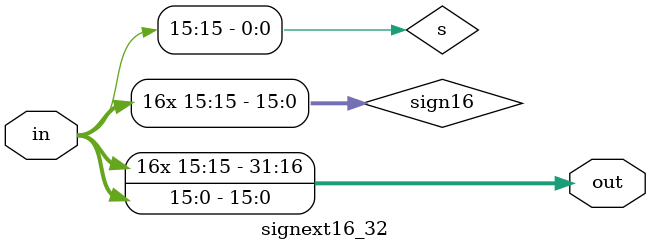
<source format=v>
module signext16_30(out, in);
    output [29:0] out;
    input [15:0] in;
    wire [13:0] sign14;
    wire s;
    assign s = in[15];
    assign sign14 = {s, s, s, s, s, s, s, s, s, s, s, s, s, s};
    assign out = {sign14, in};
endmodule

module signext16_32(out, in);
    output [31:0] out;
    input [15:0] in;
    wire [15:0] sign16;
    wire s;
    assign s = in[15];
    assign sign16 = {s, s, s, s, s, s, s, s, s, s, s, s, s, s, s, s};
    assign out = {sign16, in};
endmodule

</source>
